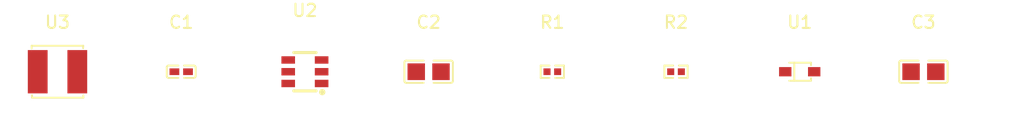
<source format=kicad_pcb>
(kicad_pcb (version 20241229) (generator "pcbnew") (generator_version "9.0")
  (layers (0 "F.Cu" signal) (2 "B.Cu" signal) (13 "F.Paste" user) (15 "B.Paste" user) (5 "F.SilkS" user "F.Silkscreen") (7 "B.SilkS" user "B.Silkscreen") (1 "F.Mask" user) (3 "B.Mask" user) (25 "Edge.Cuts" user))
  (net 0 "")
  (net 1 "hv")
  (net 2 "gnd-1")
  (net 3 "FB")
  (net 4 "CB")
  (net 5 "hv-1")
  (net 6 "SW")
  (net 7 "gnd")
  (footprint "atopile:C0402-b3ef17" (layer "F.Cu") (at 20 -5 0)
    (property "Reference" "C1" (at 0 -4 0) (layer "F.SilkS") (hide no))
    (property "Value" "470nF ±20% 16V X5R")
    (fp_line (start -1.17 0.35) (end -1.17 -0.35) (stroke (width 0.15)) (layer "F.SilkS"))
    (fp_line (start -1.02 -0.5) (end -0.23 -0.5) (stroke (width 0.15)) (layer "F.SilkS"))
    (fp_line (start -0.23 0.5) (end -1.02 0.5) (stroke (width 0.15)) (layer "F.SilkS"))
    (fp_line (start 0.23 0.5) (end 1.02 0.5) (stroke (width 0.15)) (layer "F.SilkS"))
    (fp_line (start 1.02 -0.5) (end 0.23 -0.5) (stroke (width 0.15)) (layer "F.SilkS"))
    (fp_line (start 1.17 0.35) (end 1.17 -0.35) (stroke (width 0.15)) (layer "F.SilkS"))
    (fp_arc (start -1.17 -0.35) (mid -1.126066 -0.456066) (end -1.02 -0.5) (stroke (width 0.15)) (layer "F.SilkS"))
    (fp_arc (start -1.02 0.5) (mid -1.126066 0.456066) (end -1.17 0.35) (stroke (width 0.15)) (layer "F.SilkS"))
    (fp_arc (start 1.02 -0.5) (mid 1.126066 -0.456066) (end 1.17 -0.35) (stroke (width 0.15)) (layer "F.SilkS"))
    (fp_arc (start 1.17 0.35) (mid 1.126066 0.456066) (end 1.02 0.5) (stroke (width 0.15)) (layer "F.SilkS"))
    (fp_text user "${REFERENCE}" (at 0 -4 0) (layer "F.SilkS"))
    (pad "1" smd rect (at -0.55 0 0) (size 0.79 0.54) (layers "F.Cu" "F.Mask" "F.Paste") (net 4 "CB"))
    (pad "2" smd rect (at 0.55 0 0) (size 0.79 0.54) (layers "F.Cu" "F.Mask" "F.Paste") (net 6 "SW"))
  )
  (footprint "lib:SOD-323_L1.8-W1.3-LS2.5-RD" (layer "F.Cu") (at 70 -5 0)
    (property "Reference" "U1" (at 0 -4 0) (layer "F.SilkS") (hide no))
    (property "Value" "")
    (fp_line (start -0.85 -0.73) (end 0.91 -0.73) (stroke (width 0.15)) (layer "F.SilkS"))
    (fp_line (start -0.85 0.73) (end 0.91 0.73) (stroke (width 0.15)) (layer "F.SilkS"))
    (fp_line (start -0.44 -0.73) (end -0.44 0.73) (stroke (width 0.15)) (layer "F.SilkS"))
    (fp_line (start 0.91 -0.73) (end 0.91 -0.53) (stroke (width 0.15)) (layer "F.SilkS"))
    (fp_line (start 0.91 0.73) (end 0.91 0.52) (stroke (width 0.15)) (layer "F.SilkS"))
    (fp_text user "${REFERENCE}" (at 0 -4 0) (layer "F.SilkS"))
    (pad "1" smd rect (at -1.17 0 0) (size 1 0.75) (layers "F.Cu" "F.Mask" "F.Paste") (net 6 "SW"))
    (pad "2" smd rect (at 1.17 0 0) (size 1 0.75) (layers "F.Cu" "F.Mask" "F.Paste") (net 7 "gnd"))
  )
  (footprint "atopile:C0805-3b2e55" (layer "F.Cu") (at 80 -5 0)
    (property "Reference" "C3" (at 0 -4 0) (layer "F.SilkS") (hide no))
    (property "Value" "10µF ±10% 25V X5R")
    (fp_line (start -1.96 0.75) (end -1.96 -0.75) (stroke (width 0.15)) (layer "F.SilkS"))
    (fp_line (start -1.81 -0.9) (end -0.4 -0.9) (stroke (width 0.15)) (layer "F.SilkS"))
    (fp_line (start -0.4 0.9) (end -1.81 0.9) (stroke (width 0.15)) (layer "F.SilkS"))
    (fp_line (start 0.4 0.9) (end 1.81 0.9) (stroke (width 0.15)) (layer "F.SilkS"))
    (fp_line (start 1.81 -0.9) (end 0.4 -0.9) (stroke (width 0.15)) (layer "F.SilkS"))
    (fp_line (start 1.96 0.75) (end 1.96 -0.75) (stroke (width 0.15)) (layer "F.SilkS"))
    (fp_arc (start -1.96 -0.75) (mid -1.916066 -0.856066) (end -1.81 -0.9) (stroke (width 0.15)) (layer "F.SilkS"))
    (fp_arc (start -1.81 0.9) (mid -1.916066 0.856066) (end -1.96 0.75) (stroke (width 0.15)) (layer "F.SilkS"))
    (fp_arc (start 1.81 -0.9) (mid 1.916066 -0.856066) (end 1.96 -0.75) (stroke (width 0.15)) (layer "F.SilkS"))
    (fp_arc (start 1.96 0.75) (mid 1.916066 0.856066) (end 1.81 0.9) (stroke (width 0.15)) (layer "F.SilkS"))
    (fp_text user "${REFERENCE}" (at 0 -4 0) (layer "F.SilkS"))
    (pad "1" smd rect (at -1 0 0) (size 1.41 1.35) (layers "F.Cu" "F.Mask" "F.Paste") (net 5 "hv-1"))
    (pad "2" smd rect (at 1 0 0) (size 1.41 1.35) (layers "F.Cu" "F.Mask" "F.Paste") (net 7 "gnd"))
  )
  (footprint "atopile:R0402-56259e" (layer "F.Cu") (at 50 -5 0)
    (property "Reference" "R1" (at 0 -4 0) (layer "F.SilkS") (hide no))
    (property "Value" "10kΩ ±1% 62.5mW")
    (fp_line (start -0.94 -0.5) (end -0.23 -0.5) (stroke (width 0.15)) (layer "F.SilkS"))
    (fp_line (start -0.94 0.5) (end -0.94 -0.5) (stroke (width 0.15)) (layer "F.SilkS"))
    (fp_line (start -0.23 0.5) (end -0.94 0.5) (stroke (width 0.15)) (layer "F.SilkS"))
    (fp_line (start 0.23 0.5) (end 0.94 0.5) (stroke (width 0.15)) (layer "F.SilkS"))
    (fp_line (start 0.94 -0.5) (end 0.23 -0.5) (stroke (width 0.15)) (layer "F.SilkS"))
    (fp_line (start 0.94 0.5) (end 0.94 -0.5) (stroke (width 0.15)) (layer "F.SilkS"))
    (fp_text user "${REFERENCE}" (at 0 -4 0) (layer "F.SilkS"))
    (pad "1" smd rect (at -0.43 0 0) (size 0.57 0.54) (layers "F.Cu" "F.Mask" "F.Paste") (net 3 "FB"))
    (pad "2" smd rect (at 0.43 0 0) (size 0.57 0.54) (layers "F.Cu" "F.Mask" "F.Paste") (net 7 "gnd"))
  )
  (footprint "atopile:C0805-3b2e55" (layer "F.Cu") (at 40 -5 0)
    (property "Reference" "C2" (at 0 -4 0) (layer "F.SilkS") (hide no))
    (property "Value" "4.7µF ±10% 25V X5R")
    (fp_line (start -1.96 0.75) (end -1.96 -0.75) (stroke (width 0.15)) (layer "F.SilkS"))
    (fp_line (start -1.81 -0.9) (end -0.4 -0.9) (stroke (width 0.15)) (layer "F.SilkS"))
    (fp_line (start -0.4 0.9) (end -1.81 0.9) (stroke (width 0.15)) (layer "F.SilkS"))
    (fp_line (start 0.4 0.9) (end 1.81 0.9) (stroke (width 0.15)) (layer "F.SilkS"))
    (fp_line (start 1.81 -0.9) (end 0.4 -0.9) (stroke (width 0.15)) (layer "F.SilkS"))
    (fp_line (start 1.96 0.75) (end 1.96 -0.75) (stroke (width 0.15)) (layer "F.SilkS"))
    (fp_arc (start -1.96 -0.75) (mid -1.916066 -0.856066) (end -1.81 -0.9) (stroke (width 0.15)) (layer "F.SilkS"))
    (fp_arc (start -1.81 0.9) (mid -1.916066 0.856066) (end -1.96 0.75) (stroke (width 0.15)) (layer "F.SilkS"))
    (fp_arc (start 1.81 -0.9) (mid 1.916066 -0.856066) (end 1.96 -0.75) (stroke (width 0.15)) (layer "F.SilkS"))
    (fp_arc (start 1.96 0.75) (mid 1.916066 0.856066) (end 1.81 0.9) (stroke (width 0.15)) (layer "F.SilkS"))
    (fp_text user "${REFERENCE}" (at 0 -4 0) (layer "F.SilkS"))
    (pad "1" smd rect (at -1 0 0) (size 1.41 1.35) (layers "F.Cu" "F.Mask" "F.Paste") (net 1 "hv"))
    (pad "2" smd rect (at 1 0 0) (size 1.41 1.35) (layers "F.Cu" "F.Mask" "F.Paste") (net 2 "gnd-1"))
  )
  (footprint "atopile:R0402-56259e" (layer "F.Cu") (at 60 -5 0)
    (property "Reference" "R2" (at 0 -4 0) (layer "F.SilkS") (hide no))
    (property "Value" "93.1kΩ ±1% 62.5mW")
    (fp_line (start -0.94 -0.5) (end -0.23 -0.5) (stroke (width 0.15)) (layer "F.SilkS"))
    (fp_line (start -0.94 0.5) (end -0.94 -0.5) (stroke (width 0.15)) (layer "F.SilkS"))
    (fp_line (start -0.23 0.5) (end -0.94 0.5) (stroke (width 0.15)) (layer "F.SilkS"))
    (fp_line (start 0.23 0.5) (end 0.94 0.5) (stroke (width 0.15)) (layer "F.SilkS"))
    (fp_line (start 0.94 -0.5) (end 0.23 -0.5) (stroke (width 0.15)) (layer "F.SilkS"))
    (fp_line (start 0.94 0.5) (end 0.94 -0.5) (stroke (width 0.15)) (layer "F.SilkS"))
    (fp_text user "${REFERENCE}" (at 0 -4 0) (layer "F.SilkS"))
    (pad "1" smd rect (at -0.43 0 0) (size 0.57 0.54) (layers "F.Cu" "F.Mask" "F.Paste") (net 5 "hv-1"))
    (pad "2" smd rect (at 0.43 0 0) (size 0.57 0.54) (layers "F.Cu" "F.Mask" "F.Paste") (net 3 "FB"))
  )
  (footprint "lib:IND-SMD_L4.0-W4.0" (layer "F.Cu") (at 10 -5 0)
    (property "Reference" "U3" (at 0 -4 0) (layer "F.SilkS") (hide no))
    (property "Value" "10µH ±20%")
    (fp_line (start -2.09 -2.1) (end -2.09 -1.88) (stroke (width 0.15)) (layer "F.SilkS"))
    (fp_line (start -2.06 1.89) (end -2.06 2.1) (stroke (width 0.15)) (layer "F.SilkS"))
    (fp_line (start -2.06 2.1) (end 2.09 2.1) (stroke (width 0.15)) (layer "F.SilkS"))
    (fp_line (start 2.07 -1.9) (end 2.08 -2.1) (stroke (width 0.15)) (layer "F.SilkS"))
    (fp_line (start 2.08 -2.1) (end -2.09 -2.1) (stroke (width 0.15)) (layer "F.SilkS"))
    (fp_line (start 2.09 2.1) (end 2.09 1.9) (stroke (width 0.15)) (layer "F.SilkS"))
    (fp_text user "${REFERENCE}" (at 0 -4 0) (layer "F.SilkS"))
    (pad "1" smd rect (at -1.6 0 0) (size 1.6 3.5) (layers "F.Cu" "F.Mask" "F.Paste") (net 6 "SW"))
    (pad "2" smd rect (at 1.6 0 0) (size 1.6 3.5) (layers "F.Cu" "F.Mask" "F.Paste") (net 5 "hv-1"))
  )
  (footprint "lib:SOT-23-6_L2.9-W1.6-P0.95-LS2.8-BR" (layer "F.Cu") (at 30 -5 0)
    (property "Reference" "U2" (at 0 -4.95 0) (layer "F.SilkS") (hide no))
    (property "Value" "")
    (fp_line (start -0.9 -1.55) (end 0.9 -1.55) (stroke (width 0.25)) (layer "F.SilkS"))
    (fp_line (start -0.9 1.55) (end 0.9 1.55) (stroke (width 0.25)) (layer "F.SilkS"))
    (fp_circle (center 1.4 1.65) (end 1.53 1.65) (stroke (width 0.25)) (fill no) (layer "F.SilkS"))
    (fp_text user "${REFERENCE}" (at 0 -4.95 0) (layer "F.SilkS"))
    (pad "1" smd rect (at 1.35 0.95 0) (size 1.1 0.6) (layers "F.Cu" "F.Mask" "F.Paste") (net 4 "CB"))
    (pad "2" smd rect (at 1.35 0 0) (size 1.1 0.6) (layers "F.Cu" "F.Mask" "F.Paste") (net 2 "gnd-1"))
    (pad "3" smd rect (at 1.35 -0.95 0) (size 1.1 0.6) (layers "F.Cu" "F.Mask" "F.Paste") (net 3 "FB"))
    (pad "4" smd rect (at -1.35 -0.95 0) (size 1.1 0.6) (layers "F.Cu" "F.Mask" "F.Paste") (net 1 "hv"))
    (pad "5" smd rect (at -1.35 0 0) (size 1.1 0.6) (layers "F.Cu" "F.Mask" "F.Paste") (net 1 "hv"))
    (pad "6" smd rect (at -1.35 0.95 0) (size 1.1 0.6) (layers "F.Cu" "F.Mask" "F.Paste") (net 6 "SW"))
  )
)
</source>
